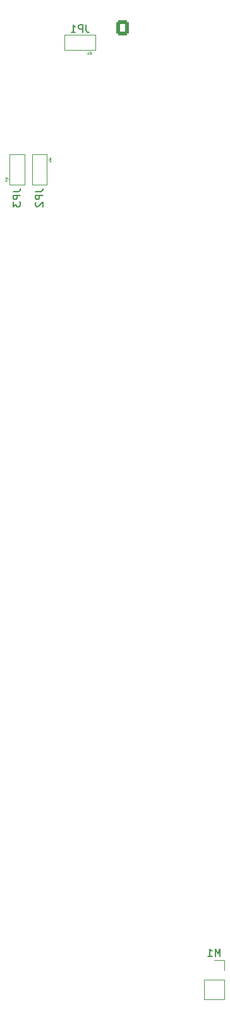
<source format=gbr>
%TF.GenerationSoftware,KiCad,Pcbnew,(6.0.1)*%
%TF.CreationDate,2022-01-31T22:39:25+01:00*%
%TF.ProjectId,OpenMowerMainboard,4f70656e-4d6f-4776-9572-4d61696e626f,rev?*%
%TF.SameCoordinates,Original*%
%TF.FileFunction,Legend,Bot*%
%TF.FilePolarity,Positive*%
%FSLAX46Y46*%
G04 Gerber Fmt 4.6, Leading zero omitted, Abs format (unit mm)*
G04 Created by KiCad (PCBNEW (6.0.1)) date 2022-01-31 22:39:25*
%MOMM*%
%LPD*%
G01*
G04 APERTURE LIST*
G04 Aperture macros list*
%AMRoundRect*
0 Rectangle with rounded corners*
0 $1 Rounding radius*
0 $2 $3 $4 $5 $6 $7 $8 $9 X,Y pos of 4 corners*
0 Add a 4 corners polygon primitive as box body*
4,1,4,$2,$3,$4,$5,$6,$7,$8,$9,$2,$3,0*
0 Add four circle primitives for the rounded corners*
1,1,$1+$1,$2,$3*
1,1,$1+$1,$4,$5*
1,1,$1+$1,$6,$7*
1,1,$1+$1,$8,$9*
0 Add four rect primitives between the rounded corners*
20,1,$1+$1,$2,$3,$4,$5,0*
20,1,$1+$1,$4,$5,$6,$7,0*
20,1,$1+$1,$6,$7,$8,$9,0*
20,1,$1+$1,$8,$9,$2,$3,0*%
G04 Aperture macros list end*
%ADD10C,0.150000*%
%ADD11C,0.120000*%
%ADD12RoundRect,0.250001X-1.099999X-1.399999X1.099999X-1.399999X1.099999X1.399999X-1.099999X1.399999X0*%
%ADD13O,2.700000X3.300000*%
%ADD14R,3.048000X3.048000*%
%ADD15O,1.676400X2.500000*%
%ADD16RoundRect,0.250000X-0.600000X-0.725000X0.600000X-0.725000X0.600000X0.725000X-0.600000X0.725000X0*%
%ADD17O,1.700000X1.950000*%
%ADD18RoundRect,0.249999X-0.350001X-0.625001X0.350001X-0.625001X0.350001X0.625001X-0.350001X0.625001X0*%
%ADD19O,1.200000X1.750000*%
%ADD20C,10.000000*%
%ADD21R,1.700000X3.000000*%
%ADD22O,1.700000X3.000000*%
%ADD23O,3.000000X1.700000*%
%ADD24R,2.000000X2.000000*%
%ADD25C,2.000000*%
%ADD26R,1.700000X1.700000*%
%ADD27O,1.700000X1.700000*%
%ADD28C,6.950000*%
%ADD29RoundRect,1.500000X-1.500000X1.500000X-1.500000X-1.500000X1.500000X-1.500000X1.500000X1.500000X0*%
%ADD30C,6.000000*%
%ADD31C,2.350000*%
%ADD32C,6.200000*%
%ADD33RoundRect,0.250000X-0.600000X-0.750000X0.600000X-0.750000X0.600000X0.750000X-0.600000X0.750000X0*%
%ADD34O,1.700000X2.000000*%
%ADD35RoundRect,0.250000X0.725000X-0.600000X0.725000X0.600000X-0.725000X0.600000X-0.725000X-0.600000X0*%
%ADD36O,1.950000X1.700000*%
%ADD37O,1.500000X1.500000*%
%ADD38O,1.800000X1.800000*%
%ADD39R,1.500000X1.000000*%
%ADD40R,1.000000X1.500000*%
G04 APERTURE END LIST*
D10*
X145052380Y-78766666D02*
X145766666Y-78766666D01*
X145909523Y-78719047D01*
X146004761Y-78623809D01*
X146052380Y-78480952D01*
X146052380Y-78385714D01*
X146052380Y-79242857D02*
X145052380Y-79242857D01*
X145052380Y-79623809D01*
X145100000Y-79719047D01*
X145147619Y-79766666D01*
X145242857Y-79814285D01*
X145385714Y-79814285D01*
X145480952Y-79766666D01*
X145528571Y-79719047D01*
X145576190Y-79623809D01*
X145576190Y-79242857D01*
X145052380Y-80147619D02*
X145052380Y-80766666D01*
X145433333Y-80433333D01*
X145433333Y-80576190D01*
X145480952Y-80671428D01*
X145528571Y-80719047D01*
X145623809Y-80766666D01*
X145861904Y-80766666D01*
X145957142Y-80719047D01*
X146004761Y-80671428D01*
X146052380Y-80576190D01*
X146052380Y-80290476D01*
X146004761Y-80195238D01*
X145957142Y-80147619D01*
X154833333Y-56452380D02*
X154833333Y-57166666D01*
X154880952Y-57309523D01*
X154976190Y-57404761D01*
X155119047Y-57452380D01*
X155214285Y-57452380D01*
X154357142Y-57452380D02*
X154357142Y-56452380D01*
X153976190Y-56452380D01*
X153880952Y-56500000D01*
X153833333Y-56547619D01*
X153785714Y-56642857D01*
X153785714Y-56785714D01*
X153833333Y-56880952D01*
X153880952Y-56928571D01*
X153976190Y-56976190D01*
X154357142Y-56976190D01*
X152833333Y-57452380D02*
X153404761Y-57452380D01*
X153119047Y-57452380D02*
X153119047Y-56452380D01*
X153214285Y-56595238D01*
X153309523Y-56690476D01*
X153404761Y-56738095D01*
X172809523Y-181122380D02*
X172809523Y-180122380D01*
X172476190Y-180836666D01*
X172142857Y-180122380D01*
X172142857Y-181122380D01*
X171142857Y-181122380D02*
X171714285Y-181122380D01*
X171428571Y-181122380D02*
X171428571Y-180122380D01*
X171523809Y-180265238D01*
X171619047Y-180360476D01*
X171714285Y-180408095D01*
X148052380Y-78766666D02*
X148766666Y-78766666D01*
X148909523Y-78719047D01*
X149004761Y-78623809D01*
X149052380Y-78480952D01*
X149052380Y-78385714D01*
X149052380Y-79242857D02*
X148052380Y-79242857D01*
X148052380Y-79623809D01*
X148100000Y-79719047D01*
X148147619Y-79766666D01*
X148242857Y-79814285D01*
X148385714Y-79814285D01*
X148480952Y-79766666D01*
X148528571Y-79719047D01*
X148576190Y-79623809D01*
X148576190Y-79242857D01*
X148147619Y-80195238D02*
X148100000Y-80242857D01*
X148052380Y-80338095D01*
X148052380Y-80576190D01*
X148100000Y-80671428D01*
X148147619Y-80719047D01*
X148242857Y-80766666D01*
X148338095Y-80766666D01*
X148480952Y-80719047D01*
X149052380Y-80147619D01*
X149052380Y-80766666D01*
D11*
X146600000Y-73750000D02*
X144600000Y-73750000D01*
X144100000Y-77400000D02*
X144100000Y-76800000D01*
X144400000Y-77100000D02*
X144100000Y-77400000D01*
X144600000Y-73750000D02*
X144600000Y-77850000D01*
X144400000Y-77100000D02*
X144100000Y-76800000D01*
X146600000Y-77850000D02*
X146600000Y-73750000D01*
X144600000Y-77850000D02*
X146600000Y-77850000D01*
X151950000Y-59800000D02*
X156050000Y-59800000D01*
X151950000Y-57800000D02*
X151950000Y-59800000D01*
X156050000Y-57800000D02*
X151950000Y-57800000D01*
X156050000Y-59800000D02*
X156050000Y-57800000D01*
X155300000Y-60000000D02*
X155600000Y-60300000D01*
X155300000Y-60000000D02*
X155000000Y-60300000D01*
X155600000Y-60300000D02*
X155000000Y-60300000D01*
X173330000Y-186870000D02*
X170670000Y-186870000D01*
X173330000Y-183000000D02*
X173330000Y-181670000D01*
X173330000Y-184270000D02*
X173330000Y-186870000D01*
X170670000Y-184270000D02*
X170670000Y-186870000D01*
X173330000Y-181670000D02*
X172000000Y-181670000D01*
X173330000Y-184270000D02*
X170670000Y-184270000D01*
X150100000Y-74200000D02*
X150100000Y-74800000D01*
X149800000Y-74500000D02*
X150100000Y-74200000D01*
X147600000Y-77850000D02*
X149600000Y-77850000D01*
X149600000Y-77850000D02*
X149600000Y-73750000D01*
X147600000Y-73750000D02*
X147600000Y-77850000D01*
X149600000Y-73750000D02*
X147600000Y-73750000D01*
X149800000Y-74500000D02*
X150100000Y-74800000D01*
%LPC*%
D12*
X33250000Y-45250000D03*
D13*
X37450000Y-45250000D03*
X41650000Y-45250000D03*
X45850000Y-45250000D03*
X50050000Y-45250000D03*
X54250000Y-45250000D03*
X58450000Y-45250000D03*
X62650000Y-45250000D03*
X66850000Y-45250000D03*
X71050000Y-45250000D03*
X75250000Y-45250000D03*
X33250000Y-50750000D03*
X37450000Y-50750000D03*
X41650000Y-50750000D03*
X45850000Y-50750000D03*
X50050000Y-50750000D03*
X54250000Y-50750000D03*
X58450000Y-50750000D03*
X62650000Y-50750000D03*
X66850000Y-50750000D03*
X71050000Y-50750000D03*
X75250000Y-50750000D03*
D12*
X83000000Y-45250000D03*
D13*
X87200000Y-45250000D03*
X91400000Y-45250000D03*
X95600000Y-45250000D03*
X83000000Y-50750000D03*
X87200000Y-50750000D03*
X91400000Y-50750000D03*
X95600000Y-50750000D03*
D12*
X136400000Y-45250000D03*
D13*
X136400000Y-50750000D03*
D14*
X29400000Y-171100000D03*
X29400000Y-152700000D03*
X69800000Y-152700000D03*
X69800000Y-171100000D03*
D15*
X165860000Y-64240000D03*
X158240000Y-64240000D03*
X155700000Y-64240000D03*
X143000000Y-64240000D03*
X140460000Y-64240000D03*
X137920000Y-64240000D03*
X135380000Y-64240000D03*
X132840000Y-64240000D03*
X130300000Y-64240000D03*
X169924000Y-113500000D03*
X130300000Y-113500000D03*
X132840000Y-113500000D03*
X135380000Y-113500000D03*
X137920000Y-113500000D03*
X140460000Y-113500000D03*
X143000000Y-113500000D03*
X145540000Y-113500000D03*
X148080000Y-113500000D03*
X152144000Y-113500000D03*
X154684000Y-113500000D03*
X157224000Y-113500000D03*
X159764000Y-113500000D03*
X162304000Y-113500000D03*
X164844000Y-113500000D03*
X167384000Y-113500000D03*
X153160000Y-64240000D03*
X150620000Y-64240000D03*
X163320000Y-64240000D03*
X160780000Y-64240000D03*
X175004000Y-113500000D03*
X172464000Y-113500000D03*
X148080000Y-64240000D03*
D16*
X177000000Y-40935000D03*
D17*
X179500000Y-40935000D03*
X182000000Y-40935000D03*
D16*
X177000000Y-48902500D03*
D17*
X179500000Y-48902500D03*
X182000000Y-48902500D03*
D16*
X159750000Y-25000000D03*
D17*
X162250000Y-25000000D03*
X164750000Y-25000000D03*
X167250000Y-25000000D03*
D16*
X159750000Y-32967500D03*
D17*
X162250000Y-32967500D03*
X164750000Y-32967500D03*
X167250000Y-32967500D03*
D16*
X159750000Y-40935000D03*
D17*
X162250000Y-40935000D03*
X164750000Y-40935000D03*
X167250000Y-40935000D03*
D16*
X159750000Y-48902500D03*
D17*
X162250000Y-48902500D03*
X164750000Y-48902500D03*
X167250000Y-48902500D03*
D16*
X159750000Y-56870000D03*
D17*
X162250000Y-56870000D03*
X164750000Y-56870000D03*
X167250000Y-56870000D03*
D16*
X177000000Y-32967500D03*
D17*
X179500000Y-32967500D03*
X182000000Y-32967500D03*
D18*
X38200000Y-30600000D03*
D19*
X40200000Y-30600000D03*
X42200000Y-30600000D03*
X44200000Y-30600000D03*
X46200000Y-30600000D03*
D16*
X177000000Y-25000000D03*
D17*
X179500000Y-25000000D03*
X182000000Y-25000000D03*
D20*
X26500000Y-30000000D03*
X26500000Y-182500000D03*
X193500000Y-30000000D03*
X193500000Y-182500000D03*
D21*
X82070000Y-167615000D03*
D22*
X82070000Y-151375000D03*
X84610000Y-167615000D03*
X84610000Y-151375000D03*
X87150000Y-167615000D03*
X87150000Y-151375000D03*
X89690000Y-167615000D03*
X89690000Y-151375000D03*
X92230000Y-167615000D03*
X92230000Y-151375000D03*
X94770000Y-167615000D03*
X94770000Y-151375000D03*
X97310000Y-167615000D03*
X97310000Y-151375000D03*
X99850000Y-167615000D03*
X99850000Y-151375000D03*
D23*
X56060000Y-111775000D03*
X56060000Y-109235000D03*
X56060000Y-104155000D03*
X56060000Y-101615000D03*
X56060000Y-99075000D03*
X56060000Y-76215000D03*
X82460000Y-73675000D03*
X82460000Y-76215000D03*
X56060000Y-106695000D03*
X56060000Y-73675000D03*
X56060000Y-96535000D03*
D22*
X59100000Y-114815000D03*
X61640000Y-114815000D03*
X66720000Y-114815000D03*
X69260000Y-114815000D03*
D23*
X82460000Y-114315000D03*
X82460000Y-111775000D03*
X82460000Y-109235000D03*
X82460000Y-106695000D03*
X82460000Y-68595000D03*
D22*
X64180000Y-114815000D03*
D23*
X82460000Y-71135000D03*
X56060000Y-93995000D03*
X56060000Y-114315000D03*
X82460000Y-104155000D03*
X56060000Y-68595000D03*
X56060000Y-71135000D03*
D22*
X75610000Y-71635000D03*
X78150000Y-71635000D03*
X78150000Y-68095000D03*
X75610000Y-68095000D03*
X70530000Y-68095000D03*
X67990000Y-71635000D03*
X70530000Y-71635000D03*
X67990000Y-68095000D03*
D23*
X56060000Y-78755000D03*
X56060000Y-81295000D03*
X82460000Y-81295000D03*
X82460000Y-78755000D03*
D22*
X60370000Y-68095000D03*
X62910000Y-71635000D03*
X62910000Y-68095000D03*
X60370000Y-71635000D03*
D24*
X62849646Y-124000000D03*
D25*
X57849646Y-124000000D03*
D26*
X143900000Y-183300000D03*
D27*
X143900000Y-185840000D03*
X141360000Y-183300000D03*
X141360000Y-185840000D03*
X138820000Y-183300000D03*
X138820000Y-185840000D03*
D28*
X132100000Y-161200000D03*
D29*
X146300000Y-46900000D03*
D30*
X146300000Y-54100000D03*
D31*
X111075000Y-55700000D03*
X106075000Y-55700000D03*
X126075000Y-55700000D03*
X121075000Y-55700000D03*
D24*
X36349646Y-124000000D03*
D25*
X41349646Y-124000000D03*
D23*
X23560000Y-111775000D03*
X23560000Y-109235000D03*
X23560000Y-104155000D03*
X23560000Y-101615000D03*
X23560000Y-99075000D03*
X23560000Y-76215000D03*
X49960000Y-73675000D03*
X23560000Y-106695000D03*
X23560000Y-73675000D03*
X49960000Y-76215000D03*
X23560000Y-96535000D03*
D22*
X26600000Y-114815000D03*
X29140000Y-114815000D03*
X34220000Y-114815000D03*
X36760000Y-114815000D03*
D23*
X49960000Y-114315000D03*
X49960000Y-111775000D03*
X49960000Y-109235000D03*
X49960000Y-106695000D03*
D22*
X31680000Y-114815000D03*
D23*
X23560000Y-71135000D03*
X23560000Y-114315000D03*
X49960000Y-71135000D03*
X49960000Y-68595000D03*
X23560000Y-93995000D03*
X49960000Y-104155000D03*
X23560000Y-68595000D03*
D22*
X45650000Y-68095000D03*
X43110000Y-71635000D03*
X45650000Y-71635000D03*
X43110000Y-68095000D03*
X38030000Y-71635000D03*
X35490000Y-71635000D03*
X35490000Y-68095000D03*
X38030000Y-68095000D03*
D23*
X23560000Y-81295000D03*
X23560000Y-78755000D03*
X49960000Y-81295000D03*
X49960000Y-78755000D03*
D22*
X30410000Y-71635000D03*
X27870000Y-71635000D03*
X30410000Y-68095000D03*
X27870000Y-68095000D03*
D26*
X76650000Y-183350000D03*
D27*
X79190000Y-183350000D03*
X81730000Y-183350000D03*
X84270000Y-183350000D03*
X86810000Y-183350000D03*
X89350000Y-183350000D03*
X91890000Y-183350000D03*
X94430000Y-183350000D03*
X96970000Y-183350000D03*
X99510000Y-183350000D03*
D28*
X132100000Y-137200000D03*
D24*
X101349646Y-124000000D03*
D25*
X106349646Y-124000000D03*
D23*
X88560000Y-111775000D03*
X88560000Y-109235000D03*
X88560000Y-104155000D03*
X88560000Y-101615000D03*
X88560000Y-99075000D03*
X114960000Y-76215000D03*
X114960000Y-73675000D03*
X88560000Y-73675000D03*
X88560000Y-76215000D03*
X88560000Y-106695000D03*
X88560000Y-96535000D03*
D22*
X91600000Y-114815000D03*
X94140000Y-114815000D03*
X99220000Y-114815000D03*
X101760000Y-114815000D03*
D23*
X114960000Y-114315000D03*
X114960000Y-111775000D03*
X114960000Y-109235000D03*
X114960000Y-106695000D03*
X114960000Y-104155000D03*
X88560000Y-93995000D03*
X114960000Y-68595000D03*
D22*
X96680000Y-114815000D03*
D23*
X88560000Y-114315000D03*
X88560000Y-68595000D03*
X88560000Y-71135000D03*
X114960000Y-71135000D03*
D22*
X110650000Y-71635000D03*
X108110000Y-71635000D03*
X110650000Y-68095000D03*
X108110000Y-68095000D03*
X100490000Y-68095000D03*
X100490000Y-71635000D03*
X103030000Y-68095000D03*
X103030000Y-71635000D03*
D23*
X88560000Y-81295000D03*
X114960000Y-78755000D03*
X114960000Y-81295000D03*
X88560000Y-78755000D03*
D22*
X95410000Y-68095000D03*
X92870000Y-68095000D03*
X95410000Y-71635000D03*
X92870000Y-71635000D03*
D28*
X156100000Y-161200000D03*
D31*
X106075000Y-46350000D03*
X111075000Y-46350000D03*
X121075000Y-46350000D03*
X126075000Y-46350000D03*
D24*
X95349646Y-124000000D03*
D25*
X90349646Y-124000000D03*
D24*
X30349646Y-124000000D03*
D25*
X25349646Y-124000000D03*
D32*
X115100000Y-124700000D03*
D24*
X68849646Y-124000000D03*
D25*
X73849646Y-124000000D03*
D33*
X190320000Y-56870000D03*
D34*
X192820000Y-56870000D03*
D32*
X173100000Y-124700000D03*
D33*
X178250000Y-56870000D03*
D34*
X180750000Y-56870000D03*
D35*
X191870000Y-49852500D03*
D36*
X191870000Y-47352500D03*
X191870000Y-44852500D03*
X191870000Y-42352500D03*
D32*
X115100000Y-173700000D03*
D28*
X156100000Y-137200000D03*
D37*
X194115000Y-94140000D03*
D38*
X197145000Y-99290000D03*
D37*
X194115000Y-98990000D03*
D38*
X197145000Y-93840000D03*
D27*
X197275000Y-87675000D03*
X194735000Y-87675000D03*
D26*
X192195000Y-87675000D03*
D27*
X189655000Y-87675000D03*
X187115000Y-87675000D03*
X184575000Y-87675000D03*
X182035000Y-87675000D03*
D26*
X179495000Y-87675000D03*
D27*
X176955000Y-87675000D03*
X174415000Y-87675000D03*
X171875000Y-87675000D03*
X169335000Y-87675000D03*
D26*
X166795000Y-87675000D03*
D27*
X164255000Y-87675000D03*
X161715000Y-87675000D03*
X159175000Y-87675000D03*
X156635000Y-87675000D03*
D26*
X154095000Y-87675000D03*
D27*
X151555000Y-87675000D03*
X149015000Y-87675000D03*
X149015000Y-105455000D03*
X151555000Y-105455000D03*
D26*
X154095000Y-105455000D03*
D27*
X156635000Y-105455000D03*
X159175000Y-105455000D03*
X161715000Y-105455000D03*
X164255000Y-105455000D03*
D26*
X166795000Y-105455000D03*
D27*
X169335000Y-105455000D03*
X171875000Y-105455000D03*
X174415000Y-105455000D03*
X176955000Y-105455000D03*
D26*
X179495000Y-105455000D03*
D27*
X182035000Y-105455000D03*
X184575000Y-105455000D03*
X187115000Y-105455000D03*
X189655000Y-105455000D03*
D26*
X192195000Y-105455000D03*
D27*
X194735000Y-105455000D03*
X197275000Y-105455000D03*
X149245000Y-94025000D03*
D26*
X149245000Y-96565000D03*
D27*
X149245000Y-99105000D03*
D32*
X173100000Y-173700000D03*
D39*
X145600000Y-77100000D03*
X145600000Y-75800000D03*
X145600000Y-74500000D03*
D40*
X155300000Y-58800000D03*
X154000000Y-58800000D03*
X152700000Y-58800000D03*
D26*
X172000000Y-183000000D03*
D27*
X172000000Y-185540000D03*
D39*
X148600000Y-74500000D03*
X148600000Y-75800000D03*
X148600000Y-77100000D03*
M02*

</source>
